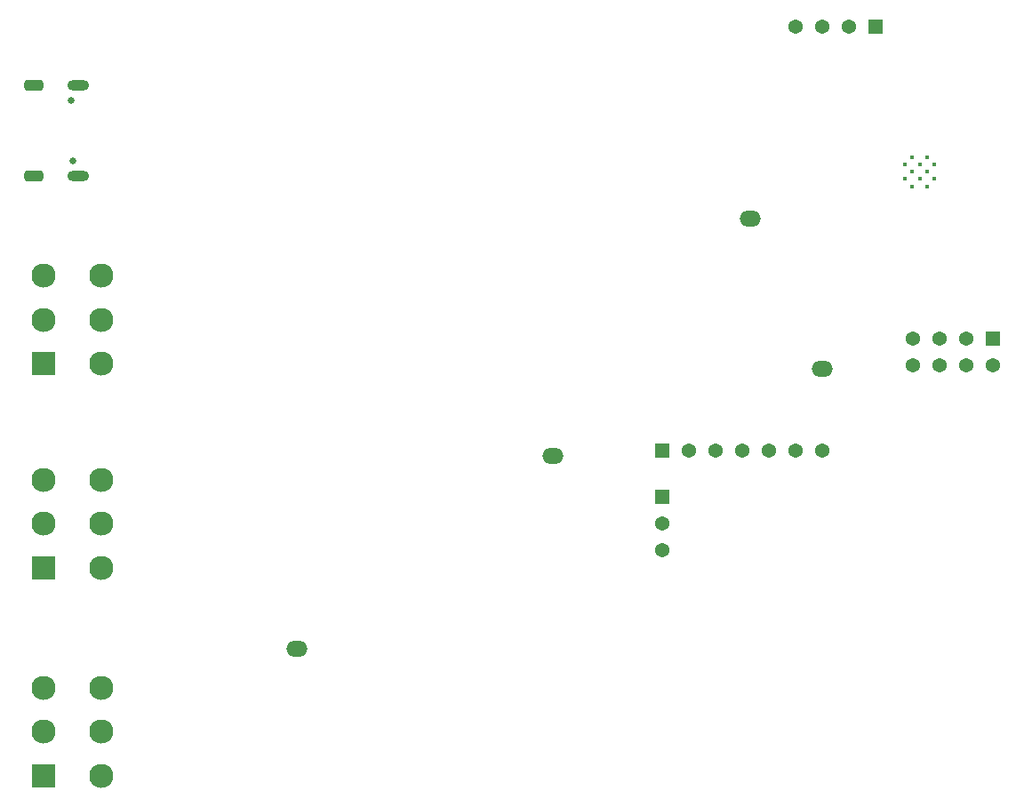
<source format=gbr>
%TF.GenerationSoftware,Altium Limited,Altium Designer,24.4.1 (13)*%
G04 Layer_Color=255*
%FSLAX45Y45*%
%MOMM*%
%TF.SameCoordinates,7BA59CB3-8EBC-4C6A-B4C6-80429C3BB8AE*%
%TF.FilePolarity,Positive*%
%TF.FileFunction,Pads,Bot*%
%TF.Part,Single*%
G01*
G75*
%TA.AperFunction,ComponentPad*%
%ADD79C,0.65000*%
%ADD80O,2.10000X1.00000*%
G04:AMPARAMS|DCode=81|XSize=1.8mm|YSize=1mm|CornerRadius=0.25mm|HoleSize=0mm|Usage=FLASHONLY|Rotation=0.000|XOffset=0mm|YOffset=0mm|HoleType=Round|Shape=RoundedRectangle|*
%AMROUNDEDRECTD81*
21,1,1.80000,0.50000,0,0,0.0*
21,1,1.30000,1.00000,0,0,0.0*
1,1,0.50000,0.65000,-0.25000*
1,1,0.50000,-0.65000,-0.25000*
1,1,0.50000,-0.65000,0.25000*
1,1,0.50000,0.65000,0.25000*
%
%ADD81ROUNDEDRECTD81*%
%ADD82R,1.37000X1.37000*%
%ADD83C,1.37000*%
%TA.AperFunction,ViaPad*%
%ADD84O,2.00000X1.52400*%
%TA.AperFunction,ComponentPad*%
%ADD85C,0.40000*%
%ADD86R,1.37000X1.37000*%
%ADD87R,2.30000X2.30000*%
%ADD88C,2.30000*%
D79*
X3161480Y9862220D02*
D03*
X3174700Y9286800D02*
D03*
D80*
X3224700Y9143800D02*
D03*
Y10007800D02*
D03*
D81*
X2806700Y9143800D02*
D03*
Y10007800D02*
D03*
D82*
X8788400Y6527800D02*
D03*
X10820400Y10566400D02*
D03*
X11938000Y7594600D02*
D03*
D83*
X9042400Y6527800D02*
D03*
X9296400D02*
D03*
X9550400D02*
D03*
X9804400D02*
D03*
X10058400D02*
D03*
X10312400D02*
D03*
X8788400Y5829300D02*
D03*
Y5575300D02*
D03*
X10566400Y10566400D02*
D03*
X10312400D02*
D03*
X10058400D02*
D03*
X11938000Y7340600D02*
D03*
X11684000Y7594600D02*
D03*
Y7340600D02*
D03*
X11430000Y7594600D02*
D03*
Y7340600D02*
D03*
X11176000Y7594600D02*
D03*
Y7340600D02*
D03*
D84*
X9626600Y8737600D02*
D03*
X10312400Y7302500D02*
D03*
X5308600Y4635500D02*
D03*
X7747000Y6477000D02*
D03*
D85*
X11309800Y9321800D02*
D03*
X11099800Y9111800D02*
D03*
Y9251800D02*
D03*
X11239800Y9111800D02*
D03*
Y9251800D02*
D03*
X11379800Y9111800D02*
D03*
Y9251800D02*
D03*
X11169800Y9041800D02*
D03*
Y9181800D02*
D03*
Y9321800D02*
D03*
X11309800Y9041800D02*
D03*
Y9181800D02*
D03*
D86*
X8788400Y6083300D02*
D03*
D87*
X2895600Y7352400D02*
D03*
Y5408400D02*
D03*
Y3427200D02*
D03*
D88*
Y7772400D02*
D03*
Y8192400D02*
D03*
X3445600Y7352400D02*
D03*
Y7772400D02*
D03*
Y8192400D02*
D03*
X2895600Y5828400D02*
D03*
Y6248400D02*
D03*
X3445600Y5408400D02*
D03*
Y5828400D02*
D03*
Y6248400D02*
D03*
X2895600Y3847200D02*
D03*
Y4267200D02*
D03*
X3445600Y3427200D02*
D03*
Y3847200D02*
D03*
Y4267200D02*
D03*
%TF.MD5,616e0458a79f7a22b4cdb5bd939d9bbc*%
M02*

</source>
